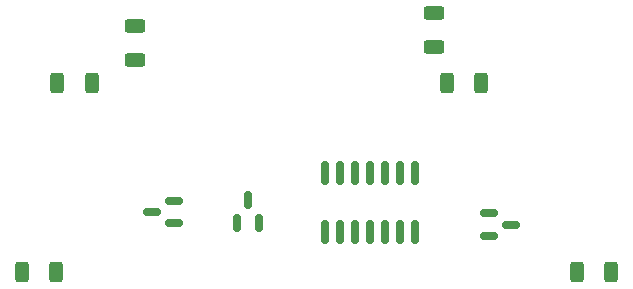
<source format=gbr>
%TF.GenerationSoftware,KiCad,Pcbnew,8.0.0*%
%TF.CreationDate,2024-03-23T03:09:38+02:00*%
%TF.ProjectId,sensor,73656e73-6f72-42e6-9b69-6361645f7063,rev?*%
%TF.SameCoordinates,Original*%
%TF.FileFunction,Paste,Top*%
%TF.FilePolarity,Positive*%
%FSLAX46Y46*%
G04 Gerber Fmt 4.6, Leading zero omitted, Abs format (unit mm)*
G04 Created by KiCad (PCBNEW 8.0.0) date 2024-03-23 03:09:38*
%MOMM*%
%LPD*%
G01*
G04 APERTURE LIST*
G04 Aperture macros list*
%AMRoundRect*
0 Rectangle with rounded corners*
0 $1 Rounding radius*
0 $2 $3 $4 $5 $6 $7 $8 $9 X,Y pos of 4 corners*
0 Add a 4 corners polygon primitive as box body*
4,1,4,$2,$3,$4,$5,$6,$7,$8,$9,$2,$3,0*
0 Add four circle primitives for the rounded corners*
1,1,$1+$1,$2,$3*
1,1,$1+$1,$4,$5*
1,1,$1+$1,$6,$7*
1,1,$1+$1,$8,$9*
0 Add four rect primitives between the rounded corners*
20,1,$1+$1,$2,$3,$4,$5,0*
20,1,$1+$1,$4,$5,$6,$7,0*
20,1,$1+$1,$6,$7,$8,$9,0*
20,1,$1+$1,$8,$9,$2,$3,0*%
G04 Aperture macros list end*
%ADD10RoundRect,0.150000X0.150000X-0.587500X0.150000X0.587500X-0.150000X0.587500X-0.150000X-0.587500X0*%
%ADD11RoundRect,0.250000X0.312500X0.625000X-0.312500X0.625000X-0.312500X-0.625000X0.312500X-0.625000X0*%
%ADD12RoundRect,0.150000X-0.587500X-0.150000X0.587500X-0.150000X0.587500X0.150000X-0.587500X0.150000X0*%
%ADD13RoundRect,0.250000X0.625000X-0.312500X0.625000X0.312500X-0.625000X0.312500X-0.625000X-0.312500X0*%
%ADD14RoundRect,0.250000X-0.312500X-0.625000X0.312500X-0.625000X0.312500X0.625000X-0.312500X0.625000X0*%
%ADD15RoundRect,0.150000X0.587500X0.150000X-0.587500X0.150000X-0.587500X-0.150000X0.587500X-0.150000X0*%
%ADD16RoundRect,0.150000X0.150000X-0.825000X0.150000X0.825000X-0.150000X0.825000X-0.150000X-0.825000X0*%
G04 APERTURE END LIST*
D10*
%TO.C,Q3*%
X110740000Y-117840000D03*
X112640000Y-117840000D03*
X111690000Y-115965000D03*
%TD*%
D11*
%TO.C,R2*%
X98462500Y-106000000D03*
X95537500Y-106000000D03*
%TD*%
D12*
%TO.C,Q2*%
X132062500Y-117050000D03*
X132062500Y-118950000D03*
X133937500Y-118000000D03*
%TD*%
D13*
%TO.C,R4*%
X102125000Y-104097500D03*
X102125000Y-101172500D03*
%TD*%
D11*
%TO.C,R3*%
X131462500Y-106000000D03*
X128537500Y-106000000D03*
%TD*%
D13*
%TO.C,R6*%
X127435000Y-103007500D03*
X127435000Y-100082500D03*
%TD*%
D14*
%TO.C,R5*%
X139537500Y-122000000D03*
X142462500Y-122000000D03*
%TD*%
D15*
%TO.C,Q1*%
X105467500Y-117910000D03*
X105467500Y-116010000D03*
X103592500Y-116960000D03*
%TD*%
D11*
%TO.C,R1*%
X95462500Y-122000000D03*
X92537500Y-122000000D03*
%TD*%
D16*
%TO.C,U1*%
X118190000Y-118595000D03*
X119460000Y-118595000D03*
X120730000Y-118595000D03*
X122000000Y-118595000D03*
X123270000Y-118595000D03*
X124540000Y-118595000D03*
X125810000Y-118595000D03*
X125810000Y-113645000D03*
X124540000Y-113645000D03*
X123270000Y-113645000D03*
X122000000Y-113645000D03*
X120730000Y-113645000D03*
X119460000Y-113645000D03*
X118190000Y-113645000D03*
%TD*%
M02*

</source>
